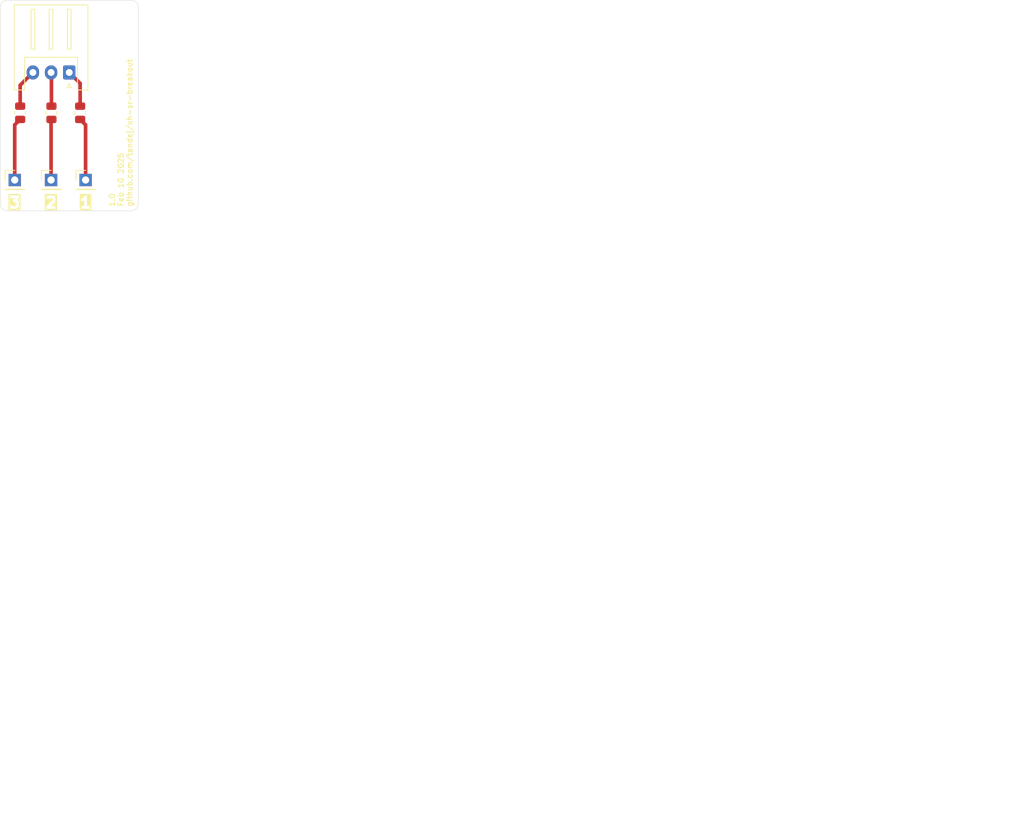
<source format=kicad_pcb>
(kicad_pcb (version 20241228) (generator "pcbnew") (generator_version "9.0")
  (layers (0 "F.Cu" signal) (2 "B.Cu" signal) (13 "F.Paste" user) (15 "B.Paste" user) (5 "F.SilkS" user "F.Silkscreen") (7 "B.SilkS" user "B.Silkscreen") (1 "F.Mask" user) (3 "B.Mask" user) (25 "Edge.Cuts" user))
  (property "AUTHOR" "Asa Anderson")
  (property "BOARD_REV" "1.0")
  (property "BOARD_REV_DATE" "Feb 10 2025")
  (property "PROJECT_GIT" "github.com/tandej/xh-sr-breakout")
  (property "SCH_REV" "1.0")
  (property "SCH_REV_DATE" "Feb 10 2025")
  (net 0 "")
  (net 1 "Net-(J1-Pin_1)")
  (net 2 "Net-(J1-Pin_3)")
  (net 3 "Net-(J1-Pin_2)")
  (net 4 "Net-(J2-Pin_1)")
  (net 5 "Net-(J3-Pin_1)")
  (net 6 "Net-(J4-Pin_1)")
  (footprint "Resistor_SMD:R_0805_2012Metric" (layer "F.Cu") (at 147 97.25 90)
    (property "Reference" "R3" (hide yes))
    (property "Value" "100k" (hide yes))
    (fp_line (start -0.227064 -0.735) (end 0.227064 -0.735) (stroke (width 0.12)) (layer "F.SilkS"))
    (fp_line (start -0.227064 0.735) (end 0.227064 0.735) (stroke (width 0.12)) (layer "F.SilkS"))
    (pad "1" smd roundrect (at -0.9125 0 90) (size 1.025 1.4) (layers "F.Cu" "F.Mask" "F.Paste") (roundrect_rratio 0.243902) (net 6 "Net-(J4-Pin_1)"))
    (pad "2" smd roundrect (at 0.9125 0 90) (size 1.025 1.4) (layers "F.Cu" "F.Mask" "F.Paste") (roundrect_rratio 0.243902) (net 2 "Net-(J1-Pin_3)"))
  )
  (footprint "Connector_JST:JST_XH_S3B-XH-A_1x03_P2.50mm_Horizontal" (layer "F.Cu") (at 153.75 91.7 180)
    (property "Reference" "J1" (hide yes))
    (property "Value" "Conn_01x03" (hide yes))
    (fp_line (start 7.56 9.31) (end 7.56 -2.41) (stroke (width 0.12)) (layer "F.SilkS"))
    (fp_line (start 7.56 -2.41) (end 6.14 -2.41) (stroke (width 0.12)) (layer "F.SilkS"))
    (fp_line (start 6.14 2.09) (end 2.5 2.09) (stroke (width 0.12)) (layer "F.SilkS"))
    (fp_line (start 6.14 -2.41) (end 6.14 2.09) (stroke (width 0.12)) (layer "F.SilkS"))
    (fp_line (start 5.25 8.7) (end 5.25 3.2) (stroke (width 0.12)) (layer "F.SilkS"))
    (fp_line (start 5.25 3.2) (end 4.75 3.2) (stroke (width 0.12)) (layer "F.SilkS"))
    (fp_line (start 4.75 8.7) (end 5.25 8.7) (stroke (width 0.12)) (layer "F.SilkS"))
    (fp_line (start 4.75 3.2) (end 4.75 8.7) (stroke (width 0.12)) (layer "F.SilkS"))
    (fp_line (start 2.75 8.7) (end 2.75 3.2) (stroke (width 0.12)) (layer "F.SilkS"))
    (fp_line (start 2.75 3.2) (end 2.25 3.2) (stroke (width 0.12)) (layer "F.SilkS"))
    (fp_line (start 2.5 9.31) (end 7.56 9.31) (stroke (width 0.12)) (layer "F.SilkS"))
    (fp_line (start 2.5 9.31) (end -2.56 9.31) (stroke (width 0.12)) (layer "F.SilkS"))
    (fp_line (start 2.25 8.7) (end 2.75 8.7) (stroke (width 0.12)) (layer "F.SilkS"))
    (fp_line (start 2.25 3.2) (end 2.25 8.7) (stroke (width 0.12)) (layer "F.SilkS"))
    (fp_line (start 0.3 -2.1) (end 0 -1.5) (stroke (width 0.12)) (layer "F.SilkS"))
    (fp_line (start 0.25 8.7) (end 0.25 3.2) (stroke (width 0.12)) (layer "F.SilkS"))
    (fp_line (start 0.25 3.2) (end -0.25 3.2) (stroke (width 0.12)) (layer "F.SilkS"))
    (fp_line (start 0 -1.5) (end -0.3 -2.1) (stroke (width 0.12)) (layer "F.SilkS"))
    (fp_line (start -0.25 8.7) (end 0.25 8.7) (stroke (width 0.12)) (layer "F.SilkS"))
    (fp_line (start -0.25 3.2) (end -0.25 8.7) (stroke (width 0.12)) (layer "F.SilkS"))
    (fp_line (start -0.3 -2.1) (end 0.3 -2.1) (stroke (width 0.12)) (layer "F.SilkS"))
    (fp_line (start -1.14 2.09) (end 2.5 2.09) (stroke (width 0.12)) (layer "F.SilkS"))
    (fp_line (start -1.14 -2.41) (end -1.14 2.09) (stroke (width 0.12)) (layer "F.SilkS"))
    (fp_line (start -2.56 9.31) (end -2.56 -2.41) (stroke (width 0.12)) (layer "F.SilkS"))
    (fp_line (start -2.56 -2.41) (end -1.14 -2.41) (stroke (width 0.12)) (layer "F.SilkS"))
    (pad "1" thru_hole roundrect (at 0 0 180) (size 1.7 1.95) (drill 0.95) (layers "*.Cu" "*.Mask") (roundrect_rratio 0.147059) (net 1 "Net-(J1-Pin_1)"))
    (pad "2" thru_hole oval (at 2.5 0 180) (size 1.7 1.95) (drill 0.95) (layers "*.Cu" "*.Mask") (net 3 "Net-(J1-Pin_2)"))
    (pad "3" thru_hole oval (at 5 0 180) (size 1.7 1.95) (drill 0.95) (layers "*.Cu" "*.Mask") (net 2 "Net-(J1-Pin_3)"))
  )
  (footprint "Resistor_SMD:R_0805_2012Metric" (layer "F.Cu") (at 151.3 97.25 90)
    (property "Reference" "R2" (hide yes))
    (property "Value" "100k" (hide yes))
    (fp_line (start -0.227064 -0.735) (end 0.227064 -0.735) (stroke (width 0.12)) (layer "F.SilkS"))
    (fp_line (start -0.227064 0.735) (end 0.227064 0.735) (stroke (width 0.12)) (layer "F.SilkS"))
    (pad "1" smd roundrect (at -0.9125 0 90) (size 1.025 1.4) (layers "F.Cu" "F.Mask" "F.Paste") (roundrect_rratio 0.243902) (net 4 "Net-(J2-Pin_1)"))
    (pad "2" smd roundrect (at 0.9125 0 90) (size 1.025 1.4) (layers "F.Cu" "F.Mask" "F.Paste") (roundrect_rratio 0.243902) (net 3 "Net-(J1-Pin_2)"))
  )
  (footprint "Connector_PinHeader_2.54mm:PinHeader_1x01_P2.54mm_Vertical" (layer "F.Cu") (at 151.25 106.5)
    (property "Reference" "J2" (hide yes))
    (property "Value" "Conn_01x01" (hide yes))
    (fp_line (start -1.33 -1.33) (end 0 -1.33) (stroke (width 0.12)) (layer "F.SilkS"))
    (fp_line (start -1.33 0) (end -1.33 -1.33) (stroke (width 0.12)) (layer "F.SilkS"))
    (fp_line (start -1.33 1.27) (end -1.33 1.33) (stroke (width 0.12)) (layer "F.SilkS"))
    (fp_line (start -1.33 1.27) (end 1.33 1.27) (stroke (width 0.12)) (layer "F.SilkS"))
    (fp_line (start -1.33 1.33) (end 1.33 1.33) (stroke (width 0.12)) (layer "F.SilkS"))
    (fp_line (start 1.33 1.27) (end 1.33 1.33) (stroke (width 0.12)) (layer "F.SilkS"))
    (pad "1" thru_hole rect (at 0 0) (size 1.7 1.7) (drill 1) (layers "*.Cu" "*.Mask") (net 4 "Net-(J2-Pin_1)"))
  )
  (footprint "Resistor_SMD:R_0805_2012Metric" (layer "F.Cu") (at 155.25 97.25 90)
    (property "Reference" "R1" (hide yes))
    (property "Value" "100k" (hide yes))
    (fp_line (start -0.227064 -0.735) (end 0.227064 -0.735) (stroke (width 0.12)) (layer "F.SilkS"))
    (fp_line (start -0.227064 0.735) (end 0.227064 0.735) (stroke (width 0.12)) (layer "F.SilkS"))
    (pad "1" smd roundrect (at -0.9125 0 90) (size 1.025 1.4) (layers "F.Cu" "F.Mask" "F.Paste") (roundrect_rratio 0.243902) (net 5 "Net-(J3-Pin_1)"))
    (pad "2" smd roundrect (at 0.9125 0 90) (size 1.025 1.4) (layers "F.Cu" "F.Mask" "F.Paste") (roundrect_rratio 0.243902) (net 1 "Net-(J1-Pin_1)"))
  )
  (footprint "Connector_PinHeader_2.54mm:PinHeader_1x01_P2.54mm_Vertical" (layer "F.Cu") (at 156 106.5)
    (property "Reference" "J3" (hide yes))
    (property "Value" "Conn_01x01" (hide yes))
    (fp_line (start -1.33 -1.33) (end 0 -1.33) (stroke (width 0.12)) (layer "F.SilkS"))
    (fp_line (start -1.33 0) (end -1.33 -1.33) (stroke (width 0.12)) (layer "F.SilkS"))
    (fp_line (start -1.33 1.27) (end -1.33 1.33) (stroke (width 0.12)) (layer "F.SilkS"))
    (fp_line (start -1.33 1.27) (end 1.33 1.27) (stroke (width 0.12)) (layer "F.SilkS"))
    (fp_line (start -1.33 1.33) (end 1.33 1.33) (stroke (width 0.12)) (layer "F.SilkS"))
    (fp_line (start 1.33 1.27) (end 1.33 1.33) (stroke (width 0.12)) (layer "F.SilkS"))
    (pad "1" thru_hole rect (at 0 0) (size 1.7 1.7) (drill 1) (layers "*.Cu" "*.Mask") (net 5 "Net-(J3-Pin_1)"))
  )
  (footprint "Connector_PinHeader_2.54mm:PinHeader_1x01_P2.54mm_Vertical" (layer "F.Cu") (at 146.25 106.5)
    (property "Reference" "J4" (hide yes))
    (property "Value" "Conn_01x01" (hide yes))
    (fp_line (start -1.33 -1.33) (end 0 -1.33) (stroke (width 0.12)) (layer "F.SilkS"))
    (fp_line (start -1.33 0) (end -1.33 -1.33) (stroke (width 0.12)) (layer "F.SilkS"))
    (fp_line (start -1.33 1.27) (end -1.33 1.33) (stroke (width 0.12)) (layer "F.SilkS"))
    (fp_line (start -1.33 1.27) (end 1.33 1.27) (stroke (width 0.12)) (layer "F.SilkS"))
    (fp_line (start -1.33 1.33) (end 1.33 1.33) (stroke (width 0.12)) (layer "F.SilkS"))
    (fp_line (start 1.33 1.27) (end 1.33 1.33) (stroke (width 0.12)) (layer "F.SilkS"))
    (pad "1" thru_hole rect (at 0 0) (size 1.7 1.7) (drill 1) (layers "*.Cu" "*.Mask") (net 6 "Net-(J4-Pin_1)"))
  )
  (gr_arc (start 144.25 82.75) (mid 144.542893 82.042893) (end 145.25 81.75) (stroke (width 0.05)) (layer "Edge.Cuts"))
  (gr_arc (start 145.25 110.75) (mid 144.542893 110.457107) (end 144.25 109.75) (stroke (width 0.05)) (layer "Edge.Cuts"))
  (gr_line (start 162.25 110.75) (end 145.25 110.75) (stroke (width 0.05)) (layer "Edge.Cuts"))
  (gr_arc (start 162.25 81.75) (mid 162.957107 82.042893) (end 163.25 82.75) (stroke (width 0.05)) (layer "Edge.Cuts"))
  (gr_line (start 145.25 81.75) (end 162.25 81.75) (stroke (width 0.05)) (layer "Edge.Cuts"))
  (gr_line (start 144.25 109.75) (end 144.25 82.75) (stroke (width 0.05)) (layer "Edge.Cuts"))
  (gr_arc (start 163.25 109.75) (mid 162.957107 110.457107) (end 162.25 110.75) (stroke (width 0.05)) (layer "Edge.Cuts"))
  (gr_line (start 163.25 82.75) (end 163.25 109.75) (stroke (width 0.05)) (layer "Edge.Cuts"))
  (gr_text "2" (at 151.25 108.75 0) (layer "F.SilkS" knockout) (effects (font (size 1.5 1.5) (thickness 0.375) (bold yes)) (justify top)))
  (gr_text "1" (at 156 108.75 0) (layer "F.SilkS" knockout) (effects (font (size 1.5 1.5) (thickness 0.375) (bold yes)) (justify top)))
  (gr_text "${PROJECTNAME}\n${BOARD_REV}\n${BOARD_REV_DATE}\n${PROJECT_GIT}" (at 162.5 110.25 90) (layer "F.SilkS") (effects (font (size 0.75 0.75)) (justify left bottom)))
  (gr_text "3" (at 146.25 108.75 0) (layer "F.SilkS" knockout) (effects (font (size 1.5 1.5) (thickness 0.375) (bold yes)) (justify top)))
  (segment (start 155.25 93.2) (end 153.75 91.7) (width 0.5) (layer "F.Cu") (net 1))
  (segment (start 155.25 96.3375) (end 155.25 93.2) (width 0.5) (layer "F.Cu") (net 1))
  (segment (start 147 93.45) (end 148.75 91.7) (width 0.5) (layer "F.Cu") (net 2))
  (segment (start 147 96.3375) (end 147 93.45) (width 0.5) (layer "F.Cu") (net 2))
  (segment (start 151.3 91.75) (end 151.25 91.7) (width 0.5) (layer "F.Cu") (net 3))
  (segment (start 151.3 96.3375) (end 151.3 91.75) (width 0.5) (layer "F.Cu") (net 3))
  (segment (start 151.25 106.5) (end 151.25 98.2125) (width 0.5) (layer "F.Cu") (net 4))
  (segment (start 151.25 98.2125) (end 151.3 98.1625) (width 0.5) (layer "F.Cu") (net 4))
  (segment (start 156 98.9125) (end 155.25 98.1625) (width 0.5) (layer "F.Cu") (net 5))
  (segment (start 156 106.5) (end 156 98.9125) (width 0.5) (layer "F.Cu") (net 5))
  (segment (start 146.25 106.5) (end 146.25 98.9125) (width 0.5) (layer "F.Cu") (net 6))
  (segment (start 146.25 98.9125) (end 147 98.1625) (width 0.5) (layer "F.Cu") (net 6))
)
</source>
